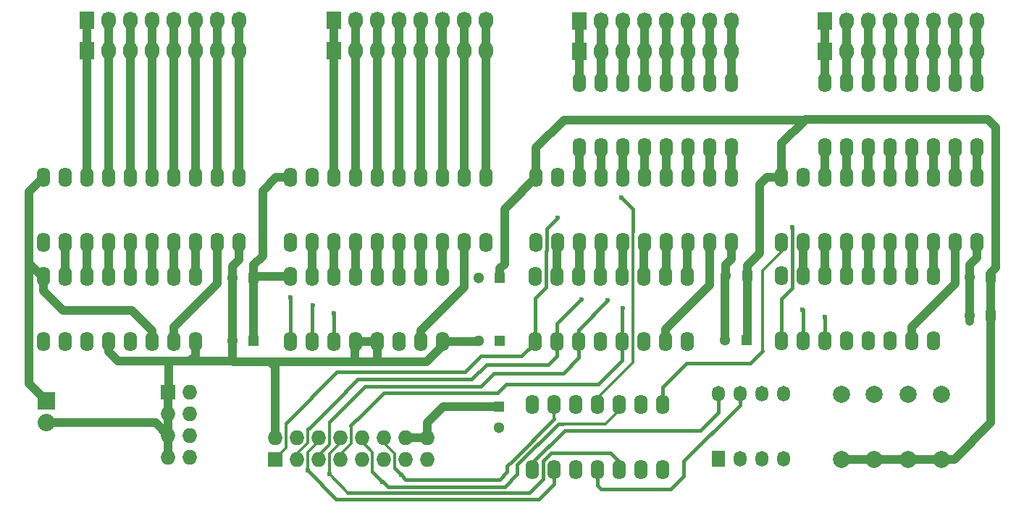
<source format=gbl>
G04 #@! TF.FileFunction,Copper,L2,Bot,Signal*
%FSLAX46Y46*%
G04 Gerber Fmt 4.6, Leading zero omitted, Abs format (unit mm)*
G04 Created by KiCad (PCBNEW 4.0.3-stable) date 10/17/16 14:31:28*
%MOMM*%
%LPD*%
G01*
G04 APERTURE LIST*
%ADD10C,0.100000*%
%ADD11R,1.300000X1.300000*%
%ADD12C,1.300000*%
%ADD13R,1.727200X2.032000*%
%ADD14O,1.727200X2.032000*%
%ADD15O,1.600000X2.300000*%
%ADD16R,1.727200X1.727200*%
%ADD17O,1.727200X1.727200*%
%ADD18C,1.998980*%
%ADD19R,1.524000X1.824000*%
%ADD20O,1.524000X1.824000*%
%ADD21R,2.032000X2.032000*%
%ADD22O,2.032000X2.032000*%
%ADD23C,0.600000*%
%ADD24C,1.000000*%
%ADD25C,0.400000*%
%ADD26C,0.350000*%
%ADD27C,0.250000*%
G04 APERTURE END LIST*
D10*
D11*
X137200000Y-104500000D03*
D12*
X134700000Y-104500000D03*
D11*
X137200000Y-97100000D03*
D12*
X134700000Y-97100000D03*
D11*
X166000000Y-104500000D03*
D12*
X163500000Y-104500000D03*
D11*
X166000000Y-97100000D03*
D12*
X163500000Y-97100000D03*
D11*
X194800000Y-104400000D03*
D12*
X192300000Y-104400000D03*
D11*
X194900000Y-96900000D03*
D12*
X192400000Y-96900000D03*
D11*
X223400000Y-101500000D03*
D12*
X220900000Y-101500000D03*
D11*
X223400000Y-97000000D03*
D12*
X220900000Y-97000000D03*
D13*
X117700000Y-70500000D03*
D14*
X120240000Y-70500000D03*
X122780000Y-70500000D03*
X125320000Y-70500000D03*
X127860000Y-70500000D03*
X130400000Y-70500000D03*
X132940000Y-70500000D03*
X135480000Y-70500000D03*
D13*
X117700000Y-67000000D03*
D14*
X120240000Y-67000000D03*
X122780000Y-67000000D03*
X125320000Y-67000000D03*
X127860000Y-67000000D03*
X130400000Y-67000000D03*
X132940000Y-67000000D03*
X135480000Y-67000000D03*
D13*
X146600000Y-70500000D03*
D14*
X149140000Y-70500000D03*
X151680000Y-70500000D03*
X154220000Y-70500000D03*
X156760000Y-70500000D03*
X159300000Y-70500000D03*
X161840000Y-70500000D03*
X164380000Y-70500000D03*
D13*
X146600000Y-67000000D03*
D14*
X149140000Y-67000000D03*
X151680000Y-67000000D03*
X154220000Y-67000000D03*
X156760000Y-67000000D03*
X159300000Y-67000000D03*
X161840000Y-67000000D03*
X164380000Y-67000000D03*
D15*
X175300000Y-81900000D03*
X177840000Y-81900000D03*
X180380000Y-81900000D03*
X182920000Y-81900000D03*
X185460000Y-81900000D03*
X188000000Y-81900000D03*
X190540000Y-81900000D03*
X193080000Y-81900000D03*
X193080000Y-74280000D03*
X190540000Y-74280000D03*
X188000000Y-74280000D03*
X185460000Y-74280000D03*
X182920000Y-74280000D03*
X180380000Y-74280000D03*
X177840000Y-74280000D03*
X175300000Y-74280000D03*
X204000000Y-81900000D03*
X206540000Y-81900000D03*
X209080000Y-81900000D03*
X211620000Y-81900000D03*
X214160000Y-81900000D03*
X216700000Y-81900000D03*
X219240000Y-81900000D03*
X221780000Y-81900000D03*
X221780000Y-74280000D03*
X219240000Y-74280000D03*
X216700000Y-74280000D03*
X214160000Y-74280000D03*
X211620000Y-74280000D03*
X209080000Y-74280000D03*
X206540000Y-74280000D03*
X204000000Y-74280000D03*
X112600000Y-104600000D03*
X115140000Y-104600000D03*
X117680000Y-104600000D03*
X120220000Y-104600000D03*
X122760000Y-104600000D03*
X125300000Y-104600000D03*
X127840000Y-104600000D03*
X130380000Y-104600000D03*
X130380000Y-96980000D03*
X127840000Y-96980000D03*
X125300000Y-96980000D03*
X122760000Y-96980000D03*
X120220000Y-96980000D03*
X117680000Y-96980000D03*
X115140000Y-96980000D03*
X112600000Y-96980000D03*
X112600000Y-93000000D03*
X115140000Y-93000000D03*
X117680000Y-93000000D03*
X120220000Y-93000000D03*
X122760000Y-93000000D03*
X125300000Y-93000000D03*
X127840000Y-93000000D03*
X130380000Y-93000000D03*
X132920000Y-93000000D03*
X135460000Y-93000000D03*
X135460000Y-85380000D03*
X132920000Y-85380000D03*
X130380000Y-85380000D03*
X127840000Y-85380000D03*
X125300000Y-85380000D03*
X122760000Y-85380000D03*
X120220000Y-85380000D03*
X117680000Y-85380000D03*
X115140000Y-85380000D03*
X112600000Y-85380000D03*
X141500000Y-104600000D03*
X144040000Y-104600000D03*
X146580000Y-104600000D03*
X149120000Y-104600000D03*
X151660000Y-104600000D03*
X154200000Y-104600000D03*
X156740000Y-104600000D03*
X159280000Y-104600000D03*
X159280000Y-96980000D03*
X156740000Y-96980000D03*
X154200000Y-96980000D03*
X151660000Y-96980000D03*
X149120000Y-96980000D03*
X146580000Y-96980000D03*
X144040000Y-96980000D03*
X141500000Y-96980000D03*
X141500000Y-93000000D03*
X144040000Y-93000000D03*
X146580000Y-93000000D03*
X149120000Y-93000000D03*
X151660000Y-93000000D03*
X154200000Y-93000000D03*
X156740000Y-93000000D03*
X159280000Y-93000000D03*
X161820000Y-93000000D03*
X164360000Y-93000000D03*
X164360000Y-85380000D03*
X161820000Y-85380000D03*
X159280000Y-85380000D03*
X156740000Y-85380000D03*
X154200000Y-85380000D03*
X151660000Y-85380000D03*
X149120000Y-85380000D03*
X146580000Y-85380000D03*
X144040000Y-85380000D03*
X141500000Y-85380000D03*
X170100000Y-104600000D03*
X172640000Y-104600000D03*
X175180000Y-104600000D03*
X177720000Y-104600000D03*
X180260000Y-104600000D03*
X182800000Y-104600000D03*
X185340000Y-104600000D03*
X187880000Y-104600000D03*
X187880000Y-96980000D03*
X185340000Y-96980000D03*
X182800000Y-96980000D03*
X180260000Y-96980000D03*
X177720000Y-96980000D03*
X175180000Y-96980000D03*
X172640000Y-96980000D03*
X170100000Y-96980000D03*
X170200000Y-93000000D03*
X172740000Y-93000000D03*
X175280000Y-93000000D03*
X177820000Y-93000000D03*
X180360000Y-93000000D03*
X182900000Y-93000000D03*
X185440000Y-93000000D03*
X187980000Y-93000000D03*
X190520000Y-93000000D03*
X193060000Y-93000000D03*
X193060000Y-85380000D03*
X190520000Y-85380000D03*
X187980000Y-85380000D03*
X185440000Y-85380000D03*
X182900000Y-85380000D03*
X180360000Y-85380000D03*
X177820000Y-85380000D03*
X175280000Y-85380000D03*
X172740000Y-85380000D03*
X170200000Y-85380000D03*
X198900000Y-104500000D03*
X201440000Y-104500000D03*
X203980000Y-104500000D03*
X206520000Y-104500000D03*
X209060000Y-104500000D03*
X211600000Y-104500000D03*
X214140000Y-104500000D03*
X216680000Y-104500000D03*
X216680000Y-96880000D03*
X214140000Y-96880000D03*
X211600000Y-96880000D03*
X209060000Y-96880000D03*
X206520000Y-96880000D03*
X203980000Y-96880000D03*
X201440000Y-96880000D03*
X198900000Y-96880000D03*
X198900000Y-93000000D03*
X201440000Y-93000000D03*
X203980000Y-93000000D03*
X206520000Y-93000000D03*
X209060000Y-93000000D03*
X211600000Y-93000000D03*
X214140000Y-93000000D03*
X216680000Y-93000000D03*
X219220000Y-93000000D03*
X221760000Y-93000000D03*
X221760000Y-85380000D03*
X219220000Y-85380000D03*
X216680000Y-85380000D03*
X214140000Y-85380000D03*
X211600000Y-85380000D03*
X209060000Y-85380000D03*
X206520000Y-85380000D03*
X203980000Y-85380000D03*
X201440000Y-85380000D03*
X198900000Y-85380000D03*
D13*
X175300000Y-70600000D03*
D14*
X177840000Y-70600000D03*
X180380000Y-70600000D03*
X182920000Y-70600000D03*
X185460000Y-70600000D03*
X188000000Y-70600000D03*
X190540000Y-70600000D03*
X193080000Y-70600000D03*
D13*
X175300000Y-67100000D03*
D14*
X177840000Y-67100000D03*
X180380000Y-67100000D03*
X182920000Y-67100000D03*
X185460000Y-67100000D03*
X188000000Y-67100000D03*
X190540000Y-67100000D03*
X193080000Y-67100000D03*
D13*
X204000000Y-67100000D03*
D14*
X206540000Y-67100000D03*
X209080000Y-67100000D03*
X211620000Y-67100000D03*
X214160000Y-67100000D03*
X216700000Y-67100000D03*
X219240000Y-67100000D03*
X221780000Y-67100000D03*
D13*
X204000000Y-70600000D03*
D14*
X206540000Y-70600000D03*
X209080000Y-70600000D03*
X211620000Y-70600000D03*
X214160000Y-70600000D03*
X216700000Y-70600000D03*
X219240000Y-70600000D03*
X221780000Y-70600000D03*
D11*
X165850000Y-112150000D03*
D12*
X165850000Y-114650000D03*
D16*
X139700000Y-118350000D03*
D17*
X139700000Y-115810000D03*
X142240000Y-118350000D03*
X142240000Y-115810000D03*
X144780000Y-118350000D03*
X144780000Y-115810000D03*
X147320000Y-118350000D03*
X147320000Y-115810000D03*
X149860000Y-118350000D03*
X149860000Y-115810000D03*
X152400000Y-118350000D03*
X152400000Y-115810000D03*
X154940000Y-118350000D03*
X154940000Y-115810000D03*
X157480000Y-118350000D03*
X157480000Y-115810000D03*
D18*
X205900000Y-118350000D03*
X205900000Y-110730000D03*
X209750000Y-118350000D03*
X209750000Y-110730000D03*
X213700000Y-118350000D03*
X213700000Y-110730000D03*
X217600000Y-118350000D03*
X217600000Y-110730000D03*
D15*
X169800000Y-119550000D03*
X172340000Y-119550000D03*
X174880000Y-119550000D03*
X177420000Y-119550000D03*
X179960000Y-119550000D03*
X182500000Y-119550000D03*
X185040000Y-119550000D03*
X185040000Y-111930000D03*
X182500000Y-111930000D03*
X179960000Y-111930000D03*
X177420000Y-111930000D03*
X174880000Y-111930000D03*
X172340000Y-111930000D03*
X169800000Y-111930000D03*
D19*
X191500000Y-118250000D03*
D20*
X191500000Y-110630000D03*
X194040000Y-118250000D03*
X194040000Y-110630000D03*
X196580000Y-118250000D03*
X196580000Y-110630000D03*
X199120000Y-118250000D03*
X199120000Y-110630000D03*
D16*
X127200000Y-110450000D03*
D17*
X129740000Y-110450000D03*
X127200000Y-112990000D03*
X129740000Y-112990000D03*
X127200000Y-115530000D03*
X129740000Y-115530000D03*
X127200000Y-118070000D03*
X129740000Y-118070000D03*
D21*
X112950000Y-111550000D03*
D22*
X112950000Y-114090000D03*
D23*
X194950000Y-102050000D03*
X200150000Y-91200000D03*
X172750000Y-90100000D03*
X201400000Y-100800000D03*
X175500000Y-99650000D03*
X204000000Y-101700000D03*
X178600000Y-99750000D03*
X180400000Y-100650000D03*
X141500000Y-99400000D03*
X144100000Y-100300000D03*
X146600000Y-101300000D03*
X143500000Y-119650000D03*
X146050000Y-120050000D03*
X152250000Y-120950000D03*
X154475000Y-120175000D03*
X180200000Y-87750000D03*
D24*
X110900000Y-95400000D02*
X110900000Y-109500000D01*
X110900000Y-109500000D02*
X112950000Y-111550000D01*
X165850000Y-112150000D02*
X159350000Y-112150000D01*
X157480000Y-114020000D02*
X157480000Y-115810000D01*
X159350000Y-112150000D02*
X157480000Y-114020000D01*
X112600000Y-96980000D02*
X112480000Y-96980000D01*
X112480000Y-96980000D02*
X110900000Y-95400000D01*
X110900000Y-87080000D02*
X112600000Y-85380000D01*
X110900000Y-95400000D02*
X110900000Y-87080000D01*
X112600000Y-96980000D02*
X112600000Y-98600000D01*
X112600000Y-98600000D02*
X114925000Y-100925000D01*
X201675000Y-78625000D02*
X173475000Y-78625000D01*
X170200000Y-81900000D02*
X170200000Y-85380000D01*
X173475000Y-78625000D02*
X170200000Y-81900000D01*
X223400000Y-97000000D02*
X223400000Y-96500000D01*
X223400000Y-96500000D02*
X223950000Y-95950000D01*
X198900000Y-81400000D02*
X198900000Y-85380000D01*
X201700000Y-78600000D02*
X201675000Y-78625000D01*
X201675000Y-78625000D02*
X198900000Y-81400000D01*
X223050000Y-78600000D02*
X201700000Y-78600000D01*
X223950000Y-79500000D02*
X223050000Y-78600000D01*
X223950000Y-95950000D02*
X223950000Y-79500000D01*
X223400000Y-101500000D02*
X223400000Y-97000000D01*
X217600000Y-118350000D02*
X219100000Y-118350000D01*
X223400000Y-114050000D02*
X223400000Y-101500000D01*
X219100000Y-118350000D02*
X223400000Y-114050000D01*
X122925000Y-100925000D02*
X114925000Y-100925000D01*
X125300000Y-104600000D02*
X125300000Y-103300000D01*
X125300000Y-103300000D02*
X122925000Y-100925000D01*
X166525000Y-95475000D02*
X166525000Y-89055000D01*
X166525000Y-89055000D02*
X170200000Y-85380000D01*
X166000000Y-96000000D02*
X166525000Y-95475000D01*
X166000000Y-97100000D02*
X166000000Y-96000000D01*
X167130000Y-88450000D02*
X170200000Y-85380000D01*
X213700000Y-118350000D02*
X209750000Y-118350000D01*
X217600000Y-118350000D02*
X213700000Y-118350000D01*
X194950000Y-102050000D02*
X194900000Y-102050000D01*
X154940000Y-115810000D02*
X157480000Y-115810000D01*
X209750000Y-118350000D02*
X205900000Y-118350000D01*
X196400000Y-87880000D02*
X196400000Y-86200000D01*
X197220000Y-85380000D02*
X198900000Y-85380000D01*
X196400000Y-86200000D02*
X197220000Y-85380000D01*
X194900000Y-96900000D02*
X194900000Y-95700000D01*
X196400000Y-94200000D02*
X196400000Y-87880000D01*
X194900000Y-95700000D02*
X196400000Y-94200000D01*
X138250000Y-94550000D02*
X138250000Y-88450000D01*
X138250000Y-88450000D02*
X138250000Y-86950000D01*
X139820000Y-85380000D02*
X141500000Y-85380000D01*
X138250000Y-86950000D02*
X139820000Y-85380000D01*
X137200000Y-97100000D02*
X137200000Y-95600000D01*
X137200000Y-95600000D02*
X138250000Y-94550000D01*
X137200000Y-104500000D02*
X137200000Y-97100000D01*
X194900000Y-96900000D02*
X194900000Y-102050000D01*
X194900000Y-102050000D02*
X194900000Y-104300000D01*
X194900000Y-104300000D02*
X194800000Y-104400000D01*
X141500000Y-96980000D02*
X137320000Y-96980000D01*
X137320000Y-96980000D02*
X137200000Y-97100000D01*
X112950000Y-114090000D02*
X125760000Y-114090000D01*
X125760000Y-114090000D02*
X127200000Y-115530000D01*
X139700000Y-115810000D02*
X139700000Y-107500000D01*
X139700000Y-107500000D02*
X139150000Y-106950000D01*
X127200000Y-118070000D02*
X127200000Y-115530000D01*
X127200000Y-115530000D02*
X127200000Y-112990000D01*
X127200000Y-112990000D02*
X127200000Y-110450000D01*
X127200000Y-110450000D02*
X127250000Y-110400000D01*
X127250000Y-110400000D02*
X127250000Y-106850000D01*
X139150000Y-106950000D02*
X134800000Y-106950000D01*
X134800000Y-106950000D02*
X134700000Y-106850000D01*
X130380000Y-104600000D02*
X130380000Y-106220000D01*
X130380000Y-106220000D02*
X129750000Y-106850000D01*
X120220000Y-104600000D02*
X120220000Y-105720000D01*
X120220000Y-105720000D02*
X121350000Y-106850000D01*
X121350000Y-106850000D02*
X127250000Y-106850000D01*
X127250000Y-106850000D02*
X129750000Y-106850000D01*
X129750000Y-106850000D02*
X134700000Y-106850000D01*
X134600000Y-104600000D02*
X134700000Y-104500000D01*
X151660000Y-104600000D02*
X149120000Y-104600000D01*
X149050000Y-106950000D02*
X149050000Y-104670000D01*
X149050000Y-104670000D02*
X149120000Y-104600000D01*
X151700000Y-106950000D02*
X151700000Y-104640000D01*
X151700000Y-104640000D02*
X151660000Y-104600000D01*
X134700000Y-106000000D02*
X134700000Y-106850000D01*
X134700000Y-106000000D02*
X134700000Y-104500000D01*
X159280000Y-104600000D02*
X159280000Y-105070000D01*
X159280000Y-105070000D02*
X157400000Y-106950000D01*
X157400000Y-106950000D02*
X151700000Y-106950000D01*
X151700000Y-106950000D02*
X149050000Y-106950000D01*
X149050000Y-106950000D02*
X139150000Y-106950000D01*
X139150000Y-106950000D02*
X139050000Y-106950000D01*
X220900000Y-101500000D02*
X220900000Y-102200000D01*
X220900000Y-101500000D02*
X220900000Y-97000000D01*
X134700000Y-97100000D02*
X134700000Y-104500000D01*
X134700000Y-104500000D02*
X134600000Y-104600000D01*
X192300000Y-104400000D02*
X192300000Y-97000000D01*
X192300000Y-97000000D02*
X192400000Y-96900000D01*
X159280000Y-104600000D02*
X163400000Y-104600000D01*
X163400000Y-104600000D02*
X163500000Y-104500000D01*
X220900000Y-97000000D02*
X220900000Y-95600000D01*
X220900000Y-95600000D02*
X221760000Y-94740000D01*
X221760000Y-94740000D02*
X221760000Y-93000000D01*
X193060000Y-93000000D02*
X193060000Y-94940000D01*
X192400000Y-95600000D02*
X192400000Y-96900000D01*
X193060000Y-94940000D02*
X192400000Y-95600000D01*
X134700000Y-97100000D02*
X134700000Y-95800000D01*
X135460000Y-95040000D02*
X135460000Y-93000000D01*
X134700000Y-95800000D02*
X135460000Y-95040000D01*
D25*
X158900000Y-108100000D02*
X161900000Y-108100000D01*
X161900000Y-108100000D02*
X163750000Y-106250000D01*
X171500000Y-91600000D02*
X171500000Y-91350000D01*
X200150000Y-91200000D02*
X200200000Y-91200000D01*
X171500000Y-91350000D02*
X172750000Y-90100000D01*
X158950000Y-108100000D02*
X158900000Y-108100000D01*
X158900000Y-108100000D02*
X146950000Y-108100000D01*
X198900000Y-104500000D02*
X198900000Y-99600000D01*
X200200000Y-98300000D02*
X200200000Y-91200000D01*
X198900000Y-99600000D02*
X200200000Y-98300000D01*
X170100000Y-99500000D02*
X171400000Y-98200000D01*
X171400000Y-98200000D02*
X171400000Y-94000000D01*
X171400000Y-94000000D02*
X171500000Y-93900000D01*
X171500000Y-93900000D02*
X171500000Y-91600000D01*
X170100000Y-99500000D02*
X170100000Y-104600000D01*
D26*
X139700000Y-118350000D02*
X139700000Y-118300000D01*
X139700000Y-118300000D02*
X140950000Y-117050000D01*
X140950000Y-117050000D02*
X140950000Y-114150000D01*
D27*
X143950000Y-111150000D02*
X143950000Y-111100000D01*
D25*
X143950000Y-111100000D02*
X146950000Y-108100000D01*
X140950000Y-114150000D02*
X143950000Y-111150000D01*
X163750000Y-106250000D02*
X168550000Y-106250000D01*
X170100000Y-104700000D02*
X168550000Y-106250000D01*
X170100000Y-104600000D02*
X170100000Y-104700000D01*
X159600000Y-109000000D02*
X162700000Y-109000000D01*
X171650000Y-107250000D02*
X172640000Y-106260000D01*
X164450000Y-107250000D02*
X171650000Y-107250000D01*
X162700000Y-109000000D02*
X164450000Y-107250000D01*
D26*
X142240000Y-118350000D02*
X142240000Y-117710000D01*
X142240000Y-117710000D02*
X143500000Y-116450000D01*
D25*
X159150000Y-109000000D02*
X159600000Y-109000000D01*
X159150000Y-109000000D02*
X149400000Y-109000000D01*
X172640000Y-106200000D02*
X172640000Y-106260000D01*
X172640000Y-106200000D02*
X172640000Y-104600000D01*
X201400000Y-100800000D02*
X201440000Y-100800000D01*
X175500000Y-99650000D02*
X175475000Y-99625000D01*
X172640000Y-104600000D02*
X172640000Y-102460000D01*
X172640000Y-102460000D02*
X175475000Y-99625000D01*
X201440000Y-104500000D02*
X201440000Y-100800000D01*
D26*
X142240000Y-118350000D02*
X142240000Y-118210000D01*
X143500000Y-116450000D02*
X143500000Y-114850000D01*
X143500000Y-114850000D02*
X143750000Y-114600000D01*
X143750000Y-114600000D02*
X143750000Y-114650000D01*
D25*
X146575000Y-111825000D02*
X149400000Y-109000000D01*
X143750000Y-114650000D02*
X146575000Y-111825000D01*
X143550000Y-114850000D02*
X143750000Y-114650000D01*
X160500000Y-109800000D02*
X163750000Y-109800000D01*
X173400000Y-108250000D02*
X175180000Y-106470000D01*
X165300000Y-108250000D02*
X173400000Y-108250000D01*
X163750000Y-109800000D02*
X165300000Y-108250000D01*
X160300000Y-109800000D02*
X160500000Y-109800000D01*
X204000000Y-101700000D02*
X203980000Y-101700000D01*
X175180000Y-104600000D02*
X175180000Y-103170000D01*
X175180000Y-103170000D02*
X178600000Y-99750000D01*
D26*
X144780000Y-118350000D02*
X144780000Y-117870000D01*
X144780000Y-117870000D02*
X146050000Y-116600000D01*
X146050000Y-116600000D02*
X146050000Y-114000000D01*
D25*
X175180000Y-106470000D02*
X175180000Y-104600000D01*
D27*
X144780000Y-117870000D02*
X146050000Y-116600000D01*
D25*
X146050000Y-114000000D02*
X147675000Y-112375000D01*
D27*
X146050000Y-116600000D02*
X146050000Y-114000000D01*
D25*
X150250000Y-109800000D02*
X160300000Y-109800000D01*
X147675000Y-112375000D02*
X150250000Y-109800000D01*
D27*
X144780000Y-118350000D02*
X144780000Y-118320000D01*
D25*
X203980000Y-104500000D02*
X203980000Y-101700000D01*
X161100000Y-110600000D02*
X165700000Y-110600000D01*
X177450000Y-109600000D02*
X178550000Y-108500000D01*
X166700000Y-109600000D02*
X177450000Y-109600000D01*
X165700000Y-110600000D02*
X166700000Y-109600000D01*
D26*
X147320000Y-118350000D02*
X147320000Y-117780000D01*
X147320000Y-117780000D02*
X148600000Y-116500000D01*
D25*
X159550000Y-110600000D02*
X161100000Y-110600000D01*
X152400000Y-110600000D02*
X159550000Y-110600000D01*
X178350000Y-108700000D02*
X178550000Y-108500000D01*
X178550000Y-108500000D02*
X180260000Y-106790000D01*
X180260000Y-106790000D02*
X180260000Y-104600000D01*
X180260000Y-100790000D02*
X180400000Y-100650000D01*
X180260000Y-104600000D02*
X180260000Y-100790000D01*
D26*
X147320000Y-118350000D02*
X147320000Y-118180000D01*
X148600000Y-116500000D02*
X148600000Y-114450000D01*
X148600000Y-114450000D02*
X148550000Y-114400000D01*
D27*
X149950000Y-113000000D02*
X150000000Y-113000000D01*
D25*
X150000000Y-113000000D02*
X152400000Y-110600000D01*
X148550000Y-114400000D02*
X149950000Y-113000000D01*
X141500000Y-99400000D02*
X141500000Y-104600000D01*
X144040000Y-100360000D02*
X144040000Y-104600000D01*
X144100000Y-100300000D02*
X144040000Y-100360000D01*
X146580000Y-101320000D02*
X146600000Y-101300000D01*
X146580000Y-104600000D02*
X146580000Y-101320000D01*
D24*
X175300000Y-81900000D02*
X175300000Y-85360000D01*
X175300000Y-85360000D02*
X175280000Y-85380000D01*
X177840000Y-81900000D02*
X177840000Y-85360000D01*
X177840000Y-85360000D02*
X177820000Y-85380000D01*
X180380000Y-81900000D02*
X180380000Y-85360000D01*
X180380000Y-85360000D02*
X180360000Y-85380000D01*
X182920000Y-81900000D02*
X182920000Y-85360000D01*
X182920000Y-85360000D02*
X182900000Y-85380000D01*
X185460000Y-81900000D02*
X185460000Y-85360000D01*
X185460000Y-85360000D02*
X185440000Y-85380000D01*
X188000000Y-81900000D02*
X188000000Y-85360000D01*
X188000000Y-85360000D02*
X187980000Y-85380000D01*
X190540000Y-81900000D02*
X190540000Y-85360000D01*
X190540000Y-85360000D02*
X190520000Y-85380000D01*
X193080000Y-81900000D02*
X193080000Y-85360000D01*
X193080000Y-85360000D02*
X193060000Y-85380000D01*
X204000000Y-81900000D02*
X204000000Y-85360000D01*
X204000000Y-85360000D02*
X203980000Y-85380000D01*
X206540000Y-81900000D02*
X206540000Y-85360000D01*
X206540000Y-85360000D02*
X206520000Y-85380000D01*
X209080000Y-81900000D02*
X209080000Y-85360000D01*
X209080000Y-85360000D02*
X209060000Y-85380000D01*
X211620000Y-81900000D02*
X211620000Y-85360000D01*
X211620000Y-85360000D02*
X211600000Y-85380000D01*
X214160000Y-81900000D02*
X214160000Y-85360000D01*
X214160000Y-85360000D02*
X214140000Y-85380000D01*
X216700000Y-81900000D02*
X216700000Y-85360000D01*
X216700000Y-85360000D02*
X216680000Y-85380000D01*
X219240000Y-81900000D02*
X219240000Y-85360000D01*
X219240000Y-85360000D02*
X219220000Y-85380000D01*
X221780000Y-81900000D02*
X221780000Y-85360000D01*
X221780000Y-85360000D02*
X221760000Y-85380000D01*
X127840000Y-104600000D02*
X127840000Y-102860000D01*
X132920000Y-97780000D02*
X132920000Y-93000000D01*
X127840000Y-102860000D02*
X132920000Y-97780000D01*
X130380000Y-93000000D02*
X130380000Y-96980000D01*
X127840000Y-96980000D02*
X127840000Y-93000000D01*
X125300000Y-93000000D02*
X125300000Y-96980000D01*
X122760000Y-96980000D02*
X122760000Y-93000000D01*
X120220000Y-96980000D02*
X120220000Y-93000000D01*
X117680000Y-96980000D02*
X117680000Y-93000000D01*
X115140000Y-96980000D02*
X115140000Y-93000000D01*
X156740000Y-104600000D02*
X156740000Y-103260000D01*
X161820000Y-98180000D02*
X161820000Y-93000000D01*
X156740000Y-103260000D02*
X161820000Y-98180000D01*
X159280000Y-93000000D02*
X159280000Y-96980000D01*
X156740000Y-93000000D02*
X156740000Y-96980000D01*
X154200000Y-93000000D02*
X154200000Y-96980000D01*
X151660000Y-93000000D02*
X151660000Y-96980000D01*
X149120000Y-96980000D02*
X149120000Y-93000000D01*
X146580000Y-93000000D02*
X146580000Y-96980000D01*
X144040000Y-96980000D02*
X144040000Y-93000000D01*
X185340000Y-104600000D02*
X185340000Y-103160000D01*
X190520000Y-97980000D02*
X190520000Y-93000000D01*
X185340000Y-103160000D02*
X190520000Y-97980000D01*
X187880000Y-96980000D02*
X187880000Y-93100000D01*
X187880000Y-93100000D02*
X187980000Y-93000000D01*
X185440000Y-93000000D02*
X185440000Y-96880000D01*
X185440000Y-96880000D02*
X185340000Y-96980000D01*
X182800000Y-96980000D02*
X182800000Y-93100000D01*
X182800000Y-93100000D02*
X182900000Y-93000000D01*
X180360000Y-93000000D02*
X180360000Y-96880000D01*
X180360000Y-96880000D02*
X180260000Y-96980000D01*
X177720000Y-96980000D02*
X177720000Y-93100000D01*
X177720000Y-93100000D02*
X177820000Y-93000000D01*
X175280000Y-93000000D02*
X175280000Y-96880000D01*
X175280000Y-96880000D02*
X175180000Y-96980000D01*
X172640000Y-96980000D02*
X172640000Y-93100000D01*
X172640000Y-93100000D02*
X172740000Y-93000000D01*
X214140000Y-104500000D02*
X214140000Y-102860000D01*
X219220000Y-97780000D02*
X219220000Y-93000000D01*
X214140000Y-102860000D02*
X219220000Y-97780000D01*
X216680000Y-93000000D02*
X216680000Y-96880000D01*
X214140000Y-96880000D02*
X214140000Y-93000000D01*
X211600000Y-96880000D02*
X211600000Y-93000000D01*
X209060000Y-93000000D02*
X209060000Y-96880000D01*
X206520000Y-96880000D02*
X206520000Y-93000000D01*
X203980000Y-93000000D02*
X203980000Y-96880000D01*
X201440000Y-96880000D02*
X201440000Y-93000000D01*
X117680000Y-85380000D02*
X117680000Y-70520000D01*
X117680000Y-70520000D02*
X117700000Y-70500000D01*
X117700000Y-70500000D02*
X117700000Y-67000000D01*
X120220000Y-85380000D02*
X120220000Y-70520000D01*
X120220000Y-70520000D02*
X120240000Y-70500000D01*
X120240000Y-70500000D02*
X120240000Y-67000000D01*
X122780000Y-67000000D02*
X122780000Y-70500000D01*
X122780000Y-70500000D02*
X122760000Y-70520000D01*
X122760000Y-70520000D02*
X122760000Y-85380000D01*
X125320000Y-67000000D02*
X125320000Y-70500000D01*
X125320000Y-70500000D02*
X125300000Y-70520000D01*
X125300000Y-70520000D02*
X125300000Y-85380000D01*
X127840000Y-85380000D02*
X127840000Y-70520000D01*
X127840000Y-70520000D02*
X127860000Y-70500000D01*
X127860000Y-70500000D02*
X127860000Y-67000000D01*
X130400000Y-67000000D02*
X130400000Y-70500000D01*
X130400000Y-70500000D02*
X130380000Y-70520000D01*
X130380000Y-70520000D02*
X130380000Y-85380000D01*
X132920000Y-85380000D02*
X132920000Y-70520000D01*
X132920000Y-70520000D02*
X132940000Y-70500000D01*
X132940000Y-70500000D02*
X132940000Y-67000000D01*
X135460000Y-85380000D02*
X135460000Y-70520000D01*
X135460000Y-70520000D02*
X135480000Y-70500000D01*
X135480000Y-70500000D02*
X135480000Y-67000000D01*
X146580000Y-85380000D02*
X146580000Y-70520000D01*
X146580000Y-70520000D02*
X146600000Y-70500000D01*
X146600000Y-70500000D02*
X146600000Y-67000000D01*
X149120000Y-85380000D02*
X149120000Y-70520000D01*
X149120000Y-70520000D02*
X149140000Y-70500000D01*
X149140000Y-70500000D02*
X149140000Y-67000000D01*
X151660000Y-85380000D02*
X151660000Y-70520000D01*
X151660000Y-70520000D02*
X151680000Y-70500000D01*
X151680000Y-70500000D02*
X151680000Y-67000000D01*
X154200000Y-85380000D02*
X154200000Y-70300000D01*
X154200000Y-70300000D02*
X154220000Y-70280000D01*
X154220000Y-70280000D02*
X154220000Y-67000000D01*
X156740000Y-85380000D02*
X156740000Y-70520000D01*
X156740000Y-70520000D02*
X156760000Y-70500000D01*
X156760000Y-70500000D02*
X156760000Y-67000000D01*
X159280000Y-85380000D02*
X159280000Y-70520000D01*
X159280000Y-70520000D02*
X159300000Y-70500000D01*
X159300000Y-70500000D02*
X159300000Y-67000000D01*
X161840000Y-67000000D02*
X161840000Y-70500000D01*
X161840000Y-70500000D02*
X161820000Y-70520000D01*
X161820000Y-70520000D02*
X161820000Y-85380000D01*
X164360000Y-85380000D02*
X164360000Y-70520000D01*
X164360000Y-70520000D02*
X164380000Y-70500000D01*
X164380000Y-70500000D02*
X164380000Y-67000000D01*
X175300000Y-74280000D02*
X175300000Y-70600000D01*
X175300000Y-70600000D02*
X175300000Y-67100000D01*
X177840000Y-74280000D02*
X177840000Y-70600000D01*
X177840000Y-70600000D02*
X177840000Y-67100000D01*
X180380000Y-74280000D02*
X180380000Y-70600000D01*
X180380000Y-70600000D02*
X180380000Y-67100000D01*
X182920000Y-74280000D02*
X182920000Y-70600000D01*
X182920000Y-70600000D02*
X182920000Y-67100000D01*
X185460000Y-74280000D02*
X185460000Y-70600000D01*
X185460000Y-70600000D02*
X185460000Y-67100000D01*
X188000000Y-74280000D02*
X188000000Y-70600000D01*
X188000000Y-70600000D02*
X188000000Y-67100000D01*
X190540000Y-74280000D02*
X190540000Y-70600000D01*
X190540000Y-70600000D02*
X190540000Y-67100000D01*
X193080000Y-74280000D02*
X193080000Y-70600000D01*
X193080000Y-70600000D02*
X193080000Y-67100000D01*
X204000000Y-74280000D02*
X204000000Y-70600000D01*
X204000000Y-70600000D02*
X204000000Y-67100000D01*
X206540000Y-67100000D02*
X206540000Y-70600000D01*
X206540000Y-70600000D02*
X206540000Y-74280000D01*
X209080000Y-74280000D02*
X209080000Y-70600000D01*
X209080000Y-70600000D02*
X209080000Y-67100000D01*
X211620000Y-67100000D02*
X211620000Y-70600000D01*
X211620000Y-70600000D02*
X211620000Y-74280000D01*
X214160000Y-74280000D02*
X214160000Y-70600000D01*
X214160000Y-70600000D02*
X214160000Y-67100000D01*
X216700000Y-67100000D02*
X216700000Y-70600000D01*
X216700000Y-70600000D02*
X216700000Y-74280000D01*
X219240000Y-74280000D02*
X219240000Y-70600000D01*
X219240000Y-70600000D02*
X219240000Y-67100000D01*
X221780000Y-67100000D02*
X221780000Y-70600000D01*
X221780000Y-70600000D02*
X221780000Y-74280000D01*
D26*
X143500000Y-119300000D02*
X143500000Y-119650000D01*
D25*
X172340000Y-121200000D02*
X172340000Y-119550000D01*
X170550000Y-123000000D02*
X147850000Y-123000000D01*
X172340000Y-121210000D02*
X170550000Y-123000000D01*
D26*
X172340000Y-121200000D02*
X172340000Y-121210000D01*
D25*
X146850000Y-123000000D02*
X147850000Y-123000000D01*
X143500000Y-119650000D02*
X146850000Y-123000000D01*
D26*
X144780000Y-115810000D02*
X144780000Y-116220000D01*
X144780000Y-116220000D02*
X143500000Y-117500000D01*
X143500000Y-117500000D02*
X143500000Y-119300000D01*
D25*
X171050000Y-118550000D02*
X172000000Y-117600000D01*
X178900000Y-117600000D02*
X172000000Y-117600000D01*
X179960000Y-118660000D02*
X178900000Y-117600000D01*
X169450000Y-122250000D02*
X148200000Y-122250000D01*
X171050000Y-120650000D02*
X169450000Y-122250000D01*
D26*
X146050000Y-120100000D02*
X148200000Y-122250000D01*
X146050000Y-120100000D02*
X146050000Y-120050000D01*
D25*
X171050000Y-118550000D02*
X171050000Y-120650000D01*
D26*
X146050000Y-119800000D02*
X146050000Y-120050000D01*
X147320000Y-116430000D02*
X146050000Y-117700000D01*
X146050000Y-117700000D02*
X146050000Y-119800000D01*
D25*
X179960000Y-119550000D02*
X179960000Y-118660000D01*
D26*
X147320000Y-115810000D02*
X147320000Y-116430000D01*
D25*
X152250000Y-120950000D02*
X152350000Y-120950000D01*
X168000000Y-120100000D02*
X168000000Y-119000000D01*
X166550000Y-121550000D02*
X168000000Y-120100000D01*
X152950000Y-121550000D02*
X166550000Y-121550000D01*
X152350000Y-120950000D02*
X152950000Y-121550000D01*
X173350000Y-114200000D02*
X172800000Y-114200000D01*
X172800000Y-114200000D02*
X168000000Y-119000000D01*
D26*
X179960000Y-112590000D02*
X178350000Y-114200000D01*
X178350000Y-114200000D02*
X173350000Y-114200000D01*
X149860000Y-115810000D02*
X149860000Y-116260000D01*
X149860000Y-116260000D02*
X151100000Y-117500000D01*
D25*
X151100000Y-119800000D02*
X152250000Y-120950000D01*
D26*
X151100000Y-117500000D02*
X151100000Y-119800000D01*
X179960000Y-111930000D02*
X179960000Y-112590000D01*
X149860000Y-115810000D02*
X149860000Y-116240000D01*
D25*
X154475000Y-120175000D02*
X155000000Y-120700000D01*
X166850000Y-119100000D02*
X167450000Y-118500000D01*
X166850000Y-119800000D02*
X166850000Y-119100000D01*
X165950000Y-120700000D02*
X166850000Y-119800000D01*
X155000000Y-120700000D02*
X165950000Y-120700000D01*
D26*
X152400000Y-115810000D02*
X152400000Y-116400000D01*
X152400000Y-116400000D02*
X153650000Y-117650000D01*
D25*
X153650000Y-119350000D02*
X154475000Y-120175000D01*
D26*
X153650000Y-117650000D02*
X153650000Y-119350000D01*
X172340000Y-111930000D02*
X172340000Y-113610000D01*
D25*
X172340000Y-113610000D02*
X167450000Y-118500000D01*
D26*
X152400000Y-115810000D02*
X152400000Y-116000000D01*
D25*
X194040000Y-110630000D02*
X194040000Y-112010000D01*
X187500000Y-120300000D02*
X185950000Y-121850000D01*
X187500000Y-118550000D02*
X187500000Y-120300000D01*
X194040000Y-112010000D02*
X187500000Y-118550000D01*
X177420000Y-121420000D02*
X177420000Y-119550000D01*
X185950000Y-121850000D02*
X177850000Y-121850000D01*
X177850000Y-121850000D02*
X177420000Y-121420000D01*
X169800000Y-119550000D02*
X169800000Y-118700000D01*
X169800000Y-118700000D02*
X173550000Y-114950000D01*
X173550000Y-114950000D02*
X189450000Y-114950000D01*
X189450000Y-114950000D02*
X191500000Y-112900000D01*
X191500000Y-112900000D02*
X191500000Y-110630000D01*
X185040000Y-111930000D02*
X185040000Y-109860000D01*
X195300000Y-107100000D02*
X196700000Y-105700000D01*
X187800000Y-107100000D02*
X195300000Y-107100000D01*
X185040000Y-109860000D02*
X187800000Y-107100000D01*
D27*
X185040000Y-111930000D02*
X185040000Y-111560000D01*
D26*
X198900000Y-93000000D02*
X198900000Y-94050000D01*
X198900000Y-94050000D02*
X196700000Y-96250000D01*
X196700000Y-96250000D02*
X196700000Y-105700000D01*
D25*
X181550000Y-89750000D02*
X181550000Y-89100000D01*
X181550000Y-89100000D02*
X180200000Y-87750000D01*
D26*
X177420000Y-111930000D02*
X177420000Y-111130000D01*
X177420000Y-111130000D02*
X181550000Y-107000000D01*
X181550000Y-91700000D02*
X181550000Y-107000000D01*
D25*
X181550000Y-91700000D02*
X181550000Y-89750000D01*
D26*
X181550000Y-89750000D02*
X181550000Y-89550000D01*
D25*
X181550000Y-89200000D02*
X181550000Y-89550000D01*
M02*

</source>
